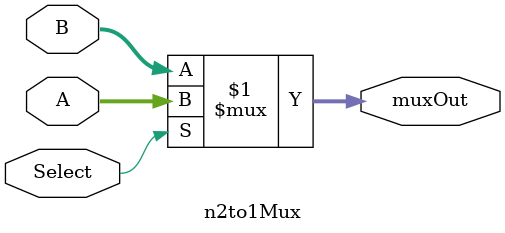
<source format=sv>
module n2to1Mux(Select, A, B, muxOut);

parameter nBITS = 32;

input [nBITS-1:0] A, B;
input Select;
output [nBITS-1:0] muxOut;

assign muxOut = Select ? A : B;

endmodule

</source>
